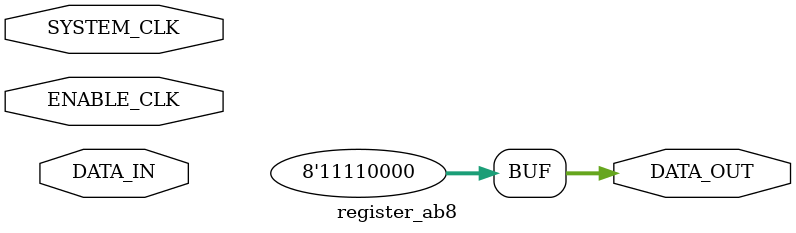
<source format=v>

module register_ab8(
    input [7:0]     DATA_IN,            // 
    input           SYSTEM_CLK,         // 
    input           ENABLE_CLK,         // 
    output [7:0]    DATA_OUT            // 
);

assign DATA_OUT = 8'hf0;             // ERASE

endmodule
</source>
